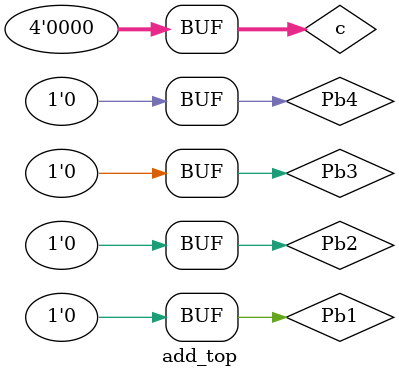
<source format=v>
`timescale 1ns / 1ps


module add_top;

        // Inputs
        reg Pb1;
        reg Pb2;
        reg Pb3;
        reg Pb4;
        reg [3:0] c;

        // Outputs
        wire [6:0] carry;
        wire [6:0] sum;

        // Instantiate the Unit Under Test (UUT)
        eightadd uut (
                .Pb1(Pb1), 
                .Pb2(Pb2), 
                .Pb3(Pb3), 
                .Pb4(Pb4), 
                .c(c), 
                .carry(carry), 
                .sum(sum)
        );

        initial begin
                // Initialize Inputs
                Pb1 = 0;
                Pb2 = 0;
                Pb3 = 0;
                Pb4 = 0;
                c = 0;
                #100;

        end
      
endmodule


</source>
